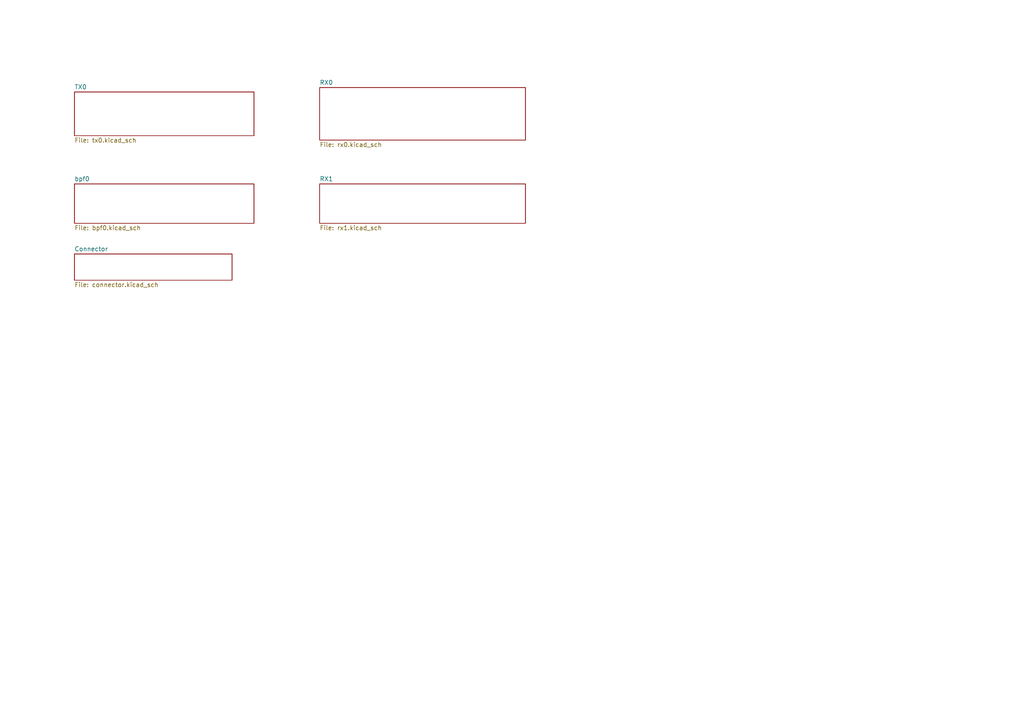
<source format=kicad_sch>
(kicad_sch (version 20211123) (generator eeschema)
  (paper "A4")
  (lib_symbols)
  (sheet (at 92.71 53.34) (size 59.69 11.43) (stroke (width 0.1524))
    (property "Sheet name" "RX1" (at 92.71 52.6284 0) (effects (justify left bottom)))
    (property "Sheet file" "rx1.kicad_sch" (at 92.71 65.3546 0) (effects (justify left top)))
  )
  (sheet (at 92.71 25.4) (size 59.69 15.24) (stroke (width 0.1524))
    (property "Sheet name" "RX0" (at 92.71 24.6884 0) (effects (justify left bottom)))
    (property "Sheet file" "rx0.kicad_sch" (at 92.71 41.2246 0) (effects (justify left top)))
  )
  (sheet (at 21.59 73.66) (size 45.72 7.62) (stroke (width 0.1524))
    (property "Sheet name" "Connector" (at 21.59 72.9484 0) (effects (justify left bottom)))
    (property "Sheet file" "connector.kicad_sch" (at 21.59 81.8646 0) (effects (justify left top)))
  )
  (sheet (at 21.59 26.67) (size 52.07 12.7) (stroke (width 0.1524))
    (property "Sheet name" "TX0" (at 21.59 25.9584 0) (effects (justify left bottom)))
    (property "Sheet file" "tx0.kicad_sch" (at 21.59 39.9546 0) (effects (justify left top)))
  )
  (sheet (at 21.59 53.34) (size 52.07 11.43) (stroke (width 0.1524))
    (property "Sheet name" "bpf0" (at 21.59 52.6284 0) (effects (justify left bottom)))
    (property "Sheet file" "bpf0.kicad_sch" (at 21.59 65.3546 0) (effects (justify left top)))
  )
)
</source>
